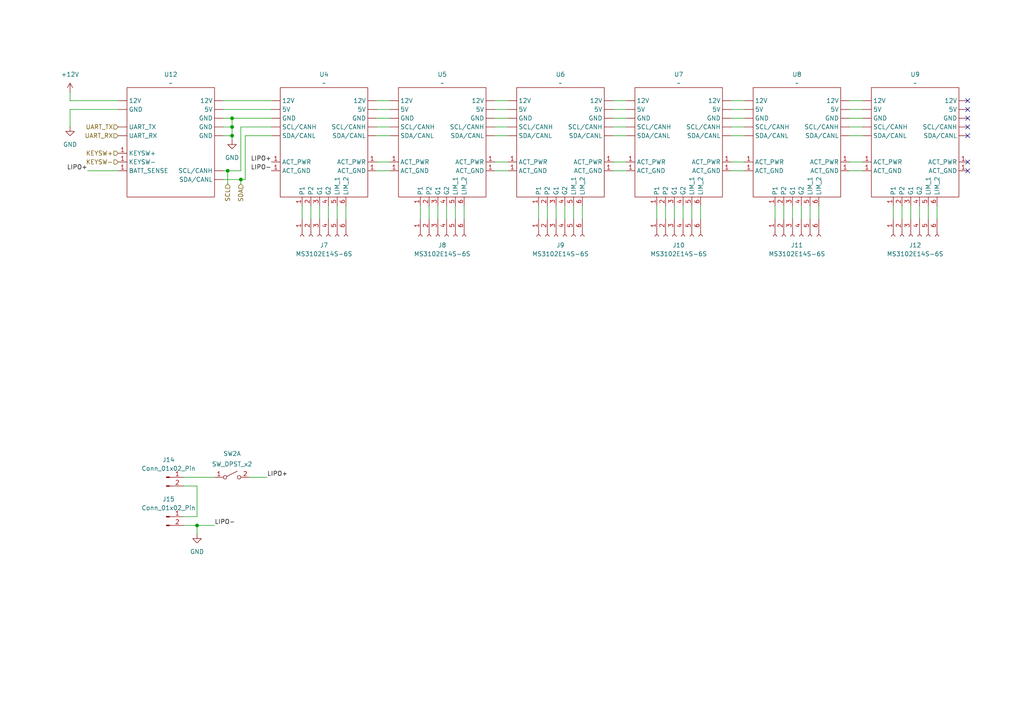
<source format=kicad_sch>
(kicad_sch (version 20231120) (generator "eeschema") (generator_version "8.0")
  (paper "A4")
  (lib_symbols
    (symbol "Connector:Conn_01x02_Pin" (pin_names (offset 1.016) hide)
      (property "Reference" "J" (at 0 2.54 0))
      (property "Value" "Conn_01x02_Pin" (at 0 -5.08 0))
      (symbol "Conn_01x02_Pin_1_1"
        (polyline (pts (xy 1.27 -2.54) (xy 0.8636 -2.54)) (stroke (width 0.1524)))
        (polyline (pts (xy 1.27 0) (xy 0.8636 0)) (stroke (width 0.1524)))
        (rectangle (start 0.8636 -2.413) (end 0 -2.667) (stroke (width 0.1524)) (fill (type outline)))
        (rectangle (start 0.8636 0.127) (end 0 -0.127) (stroke (width 0.1524)) (fill (type outline)))
        (pin passive line (at 5.08 0 180) (length 3.81) (name "Pin_1") (number "1"))
        (pin passive line (at 5.08 -2.54 180) (length 3.81) (name "Pin_2") (number "2"))
      )
    )
    (symbol "Connector:Conn_01x06_Socket" (pin_names (offset 1.016) hide)
      (property "Reference" "J" (at 0 7.62 0))
      (property "Value" "Conn_01x06_Socket" (at 0 -10.16 0))
      (symbol "Conn_01x06_Socket_1_1"
        (arc (start 0 -7.112) (mid -0.5058 -7.62) (end 0 -8.128) (stroke (width 0.1524)))
        (arc (start 0 -4.572) (mid -0.5058 -5.08) (end 0 -5.588) (stroke (width 0.1524)))
        (arc (start 0 -2.032) (mid -0.5058 -2.54) (end 0 -3.048) (stroke (width 0.1524)))
        (polyline (pts (xy -1.27 -7.62) (xy -0.508 -7.62)) (stroke (width 0.1524)))
        (polyline (pts (xy -1.27 -5.08) (xy -0.508 -5.08)) (stroke (width 0.1524)))
        (polyline (pts (xy -1.27 -2.54) (xy -0.508 -2.54)) (stroke (width 0.1524)))
        (polyline (pts (xy -1.27 0) (xy -0.508 0)) (stroke (width 0.1524)))
        (polyline (pts (xy -1.27 2.54) (xy -0.508 2.54)) (stroke (width 0.1524)))
        (polyline (pts (xy -1.27 5.08) (xy -0.508 5.08)) (stroke (width 0.1524)))
        (arc (start 0 0.508) (mid -0.5058 0) (end 0 -0.508) (stroke (width 0.1524)))
        (arc (start 0 3.048) (mid -0.5058 2.54) (end 0 2.032) (stroke (width 0.1524)))
        (arc (start 0 5.588) (mid -0.5058 5.08) (end 0 4.572) (stroke (width 0.1524)))
        (pin passive line (at -5.08 5.08 0) (length 3.81) (name "Pin_1") (number "1"))
        (pin passive line (at -5.08 2.54 0) (length 3.81) (name "Pin_2") (number "2"))
        (pin passive line (at -5.08 0 0) (length 3.81) (name "Pin_3") (number "3"))
        (pin passive line (at -5.08 -2.54 0) (length 3.81) (name "Pin_4") (number "4"))
        (pin passive line (at -5.08 -5.08 0) (length 3.81) (name "Pin_5") (number "5"))
        (pin passive line (at -5.08 -7.62 0) (length 3.81) (name "Pin_6") (number "6"))
      )
    )
    (symbol "Switch:SW_DPST_x2" (pin_names (offset 0) hide)
      (property "Reference" "SW" (at 0 3.175 0))
      (property "Value" "SW_DPST_x2" (at 0 -2.54 0))
      (symbol "SW_DPST_x2_0_0"
        (circle (center -2.032 0) (radius 0.508))
        (polyline (pts (xy -1.524 0.254) (xy 1.524 1.778)))
        (circle (center 2.032 0) (radius 0.508))
      )
      (symbol "SW_DPST_x2_1_1"
        (pin passive line (at -5.08 0 0) (length 2.54) (name "A") (number "1"))
        (pin passive line (at 5.08 0 180) (length 2.54) (name "B") (number "2"))
      )
      (symbol "SW_DPST_x2_2_1"
        (pin passive line (at -5.08 0 0) (length 2.54) (name "A") (number "3"))
        (pin passive line (at 5.08 0 180) (length 2.54) (name "B") (number "4"))
      )
    )
    (symbol "automedon:RLCS_RELAY"
      (property "Reference" "U" (at 0 0 0))
      (symbol "RLCS_RELAY_0_1"
        (rectangle (start -12.7 -1.27) (end 12.7 -33.02))
      )
      (symbol "RLCS_RELAY_1_1"
        (pin power_out line (at -15.24 -5.08 0) (length 2.54) (name "12V") (number ""))
        (pin power_out line (at 15.24 -5.08 180) (length 2.54) (name "12V") (number ""))
        (pin power_out line (at -15.24 -7.62 0) (length 2.54) (name "5V") (number ""))
        (pin power_out line (at 15.24 -7.62 180) (length 2.54) (name "5V") (number ""))
        (pin power_out line (at -15.24 -10.16 0) (length 2.54) (name "GND") (number ""))
        (pin power_out line (at 15.24 -10.16 180) (length 2.54) (name "GND") (number ""))
        (pin power_out line (at -15.24 -12.7 0) (length 2.54) (name "SCL/CANH") (number ""))
        (pin power_out line (at 15.24 -12.7 180) (length 2.54) (name "SCL/CANH") (number ""))
        (pin power_out line (at -15.24 -15.24 0) (length 2.54) (name "SDA/CANL") (number ""))
        (pin power_out line (at 15.24 -15.24 180) (length 2.54) (name "SDA/CANL") (number ""))
        (pin power_out line (at -15.24 -25.4 0) (length 2.54) (name "ACT_GND") (number "1"))
        (pin power_out line (at 15.24 -25.4 180) (length 2.54) (name "ACT_GND") (number "1"))
        (pin power_out line (at -15.24 -22.86 0) (length 2.54) (name "ACT_PWR") (number "1"))
        (pin power_out line (at 15.24 -22.86 180) (length 2.54) (name "ACT_PWR") (number "1"))
        (pin power_out line (at -6.35 -35.56 90) (length 2.54) (name "P1") (number "1"))
        (pin power_out line (at -3.81 -35.56 90) (length 2.54) (name "P2") (number "2"))
        (pin power_out line (at -1.27 -35.56 90) (length 2.54) (name "G1") (number "3"))
        (pin power_out line (at 1.27 -35.56 90) (length 2.54) (name "G2") (number "4"))
        (pin power_out line (at 3.81 -35.56 90) (length 2.54) (name "LIM_1") (number "5"))
        (pin power_out line (at 6.35 -35.56 90) (length 2.54) (name "LIM_2") (number "6"))
      )
    )
    (symbol "automedon:towerside"
      (property "Reference" "U" (at 0 0 0))
      (symbol "towerside_0_1"
        (rectangle (start -12.7 -1.27) (end 12.7 -33.02))
      )
      (symbol "towerside_1_1"
        (pin power_out line (at -15.24 -5.08 0) (length 2.54) (name "12V") (number ""))
        (pin power_out line (at 15.24 -5.08 180) (length 2.54) (name "12V") (number ""))
        (pin power_out line (at 15.24 -7.62 180) (length 2.54) (name "5V") (number ""))
        (pin power_out line (at -15.24 -7.62 0) (length 2.54) (name "GND") (number ""))
        (pin power_out line (at 15.24 -15.24 180) (length 2.54) (name "GND") (number ""))
        (pin power_out line (at 15.24 -12.7 180) (length 2.54) (name "GND") (number ""))
        (pin power_out line (at 15.24 -10.16 180) (length 2.54) (name "GND") (number ""))
        (pin power_out line (at 15.24 -25.4 180) (length 2.54) (name "SCL/CANH") (number ""))
        (pin power_out line (at 15.24 -27.94 180) (length 2.54) (name "SDA/CANL") (number ""))
        (pin power_out line (at -15.24 -15.24 0) (length 2.54) (name "UART_RX") (number ""))
        (pin power_out line (at -15.24 -12.7 0) (length 2.54) (name "UART_TX") (number ""))
        (pin power_out line (at -15.24 -25.4 0) (length 2.54) (name "BATT_SENSE") (number "1"))
        (pin power_out line (at -15.24 -20.32 0) (length 2.54) (name "KEYSW+") (number "1"))
        (pin power_out line (at -15.24 -22.86 0) (length 2.54) (name "KEYSW-") (number "1"))
      )
    )
    (symbol "power:+12V" (power) (pin_numbers hide) (pin_names (offset 0) hide)
      (property "Value" "+12V" (at 0 3.556 0))
      (symbol "+12V_0_1"
        (polyline (pts (xy -0.762 1.27) (xy 0 2.54)))
        (polyline (pts (xy 0 0) (xy 0 2.54)))
        (polyline (pts (xy 0 2.54) (xy 0.762 1.27)))
      )
      (symbol "+12V_1_1"
        (pin power_in line (at 0 0 90) (length 0) (name "~") (number "1"))
      )
    )
    (symbol "power:GND" (power) (pin_numbers hide) (pin_names (offset 0) hide)
      (property "Value" "GND" (at 0 -3.81 0))
      (symbol "GND_0_1"
        (polyline (pts (xy 0 0) (xy 0 -1.27) (xy 1.27 -1.27) (xy 0 -2.54) (xy -1.27 -1.27) (xy 0 -1.27)))
      )
      (symbol "GND_1_1"
        (pin power_in line (at 0 0 270) (length 0) (name "~") (number "1"))
      )
    )
  )
  (junction (at 67.31 36.83))
  (junction (at 67.31 34.29))
  (junction (at 69.85 52.07))
  (junction (at 57.15 152.4))
  (junction (at 66.04 49.53))
  (junction (at 67.31 39.37))
  (no_connect (at 280.67 34.29))
  (no_connect (at 280.67 49.53))
  (no_connect (at 280.67 39.37))
  (no_connect (at 280.67 29.21))
  (no_connect (at 280.67 46.99))
  (no_connect (at 280.67 31.75))
  (no_connect (at 280.67 36.83))
  (wire (pts (xy 121.92 59.69) (xy 121.92 63.5)))
  (wire (pts (xy 177.8 34.29) (xy 181.61 34.29)))
  (wire (pts (xy 212.09 46.99) (xy 215.9 46.99)))
  (wire (pts (xy 67.31 39.37) (xy 67.31 40.64)))
  (wire (pts (xy 212.09 31.75) (xy 215.9 31.75)))
  (wire (pts (xy 34.29 31.75) (xy 20.32 31.75)))
  (wire (pts (xy 156.21 59.69) (xy 156.21 63.5)))
  (wire (pts (xy 261.62 59.69) (xy 261.62 63.5)))
  (wire (pts (xy 34.29 29.21) (xy 20.32 29.21)))
  (wire (pts (xy 246.38 36.83) (xy 250.19 36.83)))
  (wire (pts (xy 143.51 29.21) (xy 147.32 29.21)))
  (wire (pts (xy 64.77 31.75) (xy 78.74 31.75)))
  (wire (pts (xy 177.8 31.75) (xy 181.61 31.75)))
  (wire (pts (xy 64.77 29.21) (xy 78.74 29.21)))
  (wire (pts (xy 229.87 59.69) (xy 229.87 63.5)))
  (wire (pts (xy 53.34 152.4) (xy 57.15 152.4)))
  (wire (pts (xy 53.34 138.43) (xy 62.23 138.43)))
  (wire (pts (xy 246.38 34.29) (xy 250.19 34.29)))
  (wire (pts (xy 109.22 39.37) (xy 113.03 39.37)))
  (wire (pts (xy 190.5 59.69) (xy 190.5 63.5)))
  (wire (pts (xy 177.8 39.37) (xy 181.61 39.37)))
  (wire (pts (xy 53.34 140.97) (xy 57.15 140.97)))
  (wire (pts (xy 168.91 59.69) (xy 168.91 63.5)))
  (wire (pts (xy 246.38 46.99) (xy 250.19 46.99)))
  (wire (pts (xy 67.31 39.37) (xy 67.31 36.83)))
  (wire (pts (xy 57.15 152.4) (xy 62.23 152.4)))
  (wire (pts (xy 64.77 36.83) (xy 67.31 36.83)))
  (wire (pts (xy 246.38 31.75) (xy 250.19 31.75)))
  (wire (pts (xy 67.31 34.29) (xy 67.31 36.83)))
  (wire (pts (xy 134.62 59.69) (xy 134.62 63.5)))
  (wire (pts (xy 161.29 59.69) (xy 161.29 63.5)))
  (wire (pts (xy 20.32 29.21) (xy 20.32 26.67)))
  (wire (pts (xy 64.77 52.07) (xy 69.85 52.07)))
  (wire (pts (xy 177.8 49.53) (xy 181.61 49.53)))
  (wire (pts (xy 143.51 49.53) (xy 147.32 49.53)))
  (wire (pts (xy 109.22 36.83) (xy 113.03 36.83)))
  (wire (pts (xy 87.63 59.69) (xy 87.63 63.5)))
  (wire (pts (xy 69.85 52.07) (xy 71.12 52.07)))
  (wire (pts (xy 143.51 34.29) (xy 147.32 34.29)))
  (wire (pts (xy 143.51 46.99) (xy 147.32 46.99)))
  (wire (pts (xy 92.71 59.69) (xy 92.71 63.5)))
  (wire (pts (xy 64.77 34.29) (xy 67.31 34.29)))
  (wire (pts (xy 232.41 59.69) (xy 232.41 63.5)))
  (wire (pts (xy 69.85 36.83) (xy 78.74 36.83)))
  (wire (pts (xy 71.12 52.07) (xy 71.12 39.37)))
  (wire (pts (xy 246.38 29.21) (xy 250.19 29.21)))
  (wire (pts (xy 259.08 59.69) (xy 259.08 63.5)))
  (wire (pts (xy 166.37 59.69) (xy 166.37 63.5)))
  (wire (pts (xy 143.51 31.75) (xy 147.32 31.75)))
  (wire (pts (xy 212.09 29.21) (xy 215.9 29.21)))
  (wire (pts (xy 266.7 59.69) (xy 266.7 63.5)))
  (wire (pts (xy 237.49 59.69) (xy 237.49 63.5)))
  (wire (pts (xy 177.8 36.83) (xy 181.61 36.83)))
  (wire (pts (xy 198.12 59.69) (xy 198.12 63.5)))
  (wire (pts (xy 100.33 59.69) (xy 100.33 63.5)))
  (wire (pts (xy 57.15 140.97) (xy 57.15 149.86)))
  (wire (pts (xy 109.22 31.75) (xy 113.03 31.75)))
  (wire (pts (xy 212.09 49.53) (xy 215.9 49.53)))
  (wire (pts (xy 109.22 29.21) (xy 113.03 29.21)))
  (wire (pts (xy 200.66 59.69) (xy 200.66 63.5)))
  (wire (pts (xy 212.09 39.37) (xy 215.9 39.37)))
  (wire (pts (xy 271.78 59.69) (xy 271.78 63.5)))
  (wire (pts (xy 95.25 59.69) (xy 95.25 63.5)))
  (wire (pts (xy 72.39 138.43) (xy 77.47 138.43)))
  (wire (pts (xy 212.09 34.29) (xy 215.9 34.29)))
  (wire (pts (xy 69.85 49.53) (xy 69.85 36.83)))
  (wire (pts (xy 57.15 152.4) (xy 57.15 154.94)))
  (wire (pts (xy 177.8 29.21) (xy 181.61 29.21)))
  (wire (pts (xy 57.15 149.86) (xy 53.34 149.86)))
  (wire (pts (xy 177.8 46.99) (xy 181.61 46.99)))
  (wire (pts (xy 212.09 36.83) (xy 215.9 36.83)))
  (wire (pts (xy 246.38 49.53) (xy 250.19 49.53)))
  (wire (pts (xy 193.04 59.69) (xy 193.04 63.5)))
  (wire (pts (xy 163.83 59.69) (xy 163.83 63.5)))
  (wire (pts (xy 64.77 39.37) (xy 67.31 39.37)))
  (wire (pts (xy 20.32 31.75) (xy 20.32 36.83)))
  (wire (pts (xy 132.08 59.69) (xy 132.08 63.5)))
  (wire (pts (xy 127 59.69) (xy 127 63.5)))
  (wire (pts (xy 69.85 52.07) (xy 69.85 53.34)))
  (wire (pts (xy 195.58 59.69) (xy 195.58 63.5)))
  (wire (pts (xy 109.22 34.29) (xy 113.03 34.29)))
  (wire (pts (xy 78.74 34.29) (xy 67.31 34.29)))
  (wire (pts (xy 203.2 59.69) (xy 203.2 63.5)))
  (wire (pts (xy 129.54 59.69) (xy 129.54 63.5)))
  (wire (pts (xy 234.95 59.69) (xy 234.95 63.5)))
  (wire (pts (xy 66.04 49.53) (xy 69.85 49.53)))
  (wire (pts (xy 124.46 59.69) (xy 124.46 63.5)))
  (wire (pts (xy 97.79 59.69) (xy 97.79 63.5)))
  (wire (pts (xy 25.4 49.53) (xy 34.29 49.53)))
  (wire (pts (xy 90.17 59.69) (xy 90.17 63.5)))
  (wire (pts (xy 143.51 36.83) (xy 147.32 36.83)))
  (wire (pts (xy 64.77 49.53) (xy 66.04 49.53)))
  (wire (pts (xy 71.12 39.37) (xy 78.74 39.37)))
  (wire (pts (xy 109.22 46.99) (xy 113.03 46.99)))
  (wire (pts (xy 109.22 49.53) (xy 113.03 49.53)))
  (wire (pts (xy 224.79 59.69) (xy 224.79 63.5)))
  (wire (pts (xy 246.38 39.37) (xy 250.19 39.37)))
  (wire (pts (xy 143.51 39.37) (xy 147.32 39.37)))
  (wire (pts (xy 158.75 59.69) (xy 158.75 63.5)))
  (wire (pts (xy 227.33 59.69) (xy 227.33 63.5)))
  (wire (pts (xy 269.24 59.69) (xy 269.24 63.5)))
  (wire (pts (xy 66.04 49.53) (xy 66.04 53.34)))
  (wire (pts (xy 264.16 59.69) (xy 264.16 63.5)))
  (label "LIPO+" (at 25.4 49.53 180))
  (label "LIPO+" (at 78.74 46.99 180))
  (label "LIPO-" (at 62.23 152.4 0))
  (label "LIPO-" (at 78.74 49.53 180))
  (label "LIPO+" (at 77.47 138.43 0))
  (hierarchical_label "KEYSW-" (shape input) (at 34.29 46.99 180))
  (hierarchical_label "KEYSW+" (shape input) (at 34.29 44.45 180))
  (hierarchical_label "SDA" (shape input) (at 69.85 53.34 270))
  (hierarchical_label "SCL" (shape input) (at 66.04 53.34 270))
  (hierarchical_label "UART_RX" (shape input) (at 34.29 39.37 180))
  (hierarchical_label "UART_TX" (shape input) (at 34.29 36.83 180))
  (symbol (lib_name "automedon:RLCS_RELAY") (lib_id "automedon:RLCS_RELAY") (at 93.98 24.13 0) (unit 1)
    (property "Reference" "U4" (at 93.98 21.59 0))
    (property "Value" "~" (at 93.98 24.13 0))
  )
  (symbol (lib_id "power:+12V") (at 20.32 26.67 0) (unit 1)
    (property "Reference" "#PWR011" (effects (hide yes)))
    (property "Value" "+12V" (at 20.32 21.59 0))
    (property "Description" "Power symbol creates a global label with name \"+12V\"" (effects (hide yes)))
  )
  (symbol (lib_name "automedon:RLCS_RELAY") (lib_id "automedon:RLCS_RELAY") (at 128.27 24.13 0) (unit 1)
    (property "Reference" "U5" (at 128.27 21.59 0))
    (property "Value" "~" (at 128.27 24.13 0))
  )
  (symbol (lib_id "power:GND") (at 67.31 40.64 0) (unit 1)
    (property "Reference" "#PWR010" (effects (hide yes)))
    (property "Value" "GND" (at 67.31 45.72 0))
    (property "Description" "Power symbol creates a global label with name \"GND\" , ground" (effects (hide yes)))
  )
  (symbol (lib_id "Connector:Conn_01x02_Pin") (at 48.26 138.43 0) (unit 1)
    (property "Reference" "J14" (at 48.895 133.35 0))
    (property "Value" "Conn_01x02_Pin" (at 48.895 135.89 0))
    (property "Description" "Generic connector, single row, 01x02, script generated" (effects (hide yes)))
  )
  (symbol (lib_id "power:GND") (at 20.32 36.83 0) (unit 1)
    (property "Reference" "#PWR012" (effects (hide yes)))
    (property "Value" "GND" (at 20.32 41.91 0))
    (property "Description" "Power symbol creates a global label with name \"GND\" , ground" (effects (hide yes)))
  )
  (symbol (lib_id "Connector:Conn_01x06_Socket") (at 92.71 68.58 90) (mirror x) (unit 1)
    (property "Reference" "J7" (at 93.98 71.12 90))
    (property "Value" "MS3102E14S-6S" (at 93.98 73.66 90))
    (property "Description" "Generic connector, single row, 01x06, script generated" (effects (hide yes)))
  )
  (symbol (lib_id "power:GND") (at 57.15 154.94 0) (unit 1)
    (property "Reference" "#PWR013" (effects (hide yes)))
    (property "Value" "GND" (at 57.15 160.02 0))
    (property "Description" "Power symbol creates a global label with name \"GND\" , ground" (effects (hide yes)))
  )
  (symbol (lib_id "Connector:Conn_01x06_Socket") (at 161.29 68.58 90) (mirror x) (unit 1)
    (property "Reference" "J9" (at 162.56 71.12 90))
    (property "Value" "MS3102E14S-6S" (at 162.56 73.66 90))
    (property "Description" "Generic connector, single row, 01x06, script generated" (effects (hide yes)))
  )
  (symbol (lib_id "Connector:Conn_01x06_Socket") (at 229.87 68.58 90) (mirror x) (unit 1)
    (property "Reference" "J11" (at 231.14 71.12 90))
    (property "Value" "MS3102E14S-6S" (at 231.14 73.66 90))
    (property "Description" "Generic connector, single row, 01x06, script generated" (effects (hide yes)))
  )
  (symbol (lib_id "Connector:Conn_01x06_Socket") (at 195.58 68.58 90) (mirror x) (unit 1)
    (property "Reference" "J10" (at 196.85 71.12 90))
    (property "Value" "MS3102E14S-6S" (at 196.85 73.66 90))
    (property "Description" "Generic connector, single row, 01x06, script generated" (effects (hide yes)))
  )
  (symbol (lib_name "automedon:RLCS_RELAY") (lib_id "automedon:RLCS_RELAY") (at 265.43 24.13 0) (unit 1)
    (property "Reference" "U9" (at 265.43 21.59 0))
    (property "Value" "~" (at 265.43 24.13 0))
  )
  (symbol (lib_name "automedon:RLCS_RELAY") (lib_id "automedon:RLCS_RELAY") (at 196.85 24.13 0) (unit 1)
    (property "Reference" "U7" (at 196.85 21.59 0))
    (property "Value" "~" (at 196.85 24.13 0))
  )
  (symbol (lib_name "automedon:RLCS_RELAY") (lib_id "automedon:RLCS_RELAY") (at 162.56 24.13 0) (unit 1)
    (property "Reference" "U6" (at 162.56 21.59 0))
    (property "Value" "~" (at 162.56 24.13 0))
  )
  (symbol (lib_name "automedon:RLCS_RELAY") (lib_id "automedon:RLCS_RELAY") (at 231.14 24.13 0) (unit 1)
    (property "Reference" "U8" (at 231.14 21.59 0))
    (property "Value" "~" (at 231.14 24.13 0))
  )
  (symbol (lib_id "automedon:towerside") (at 49.53 24.13 0) (unit 1)
    (property "Reference" "U12" (at 49.53 21.59 0))
    (property "Value" "~" (at 49.53 24.13 0))
  )
  (symbol (lib_id "Connector:Conn_01x06_Socket") (at 127 68.58 90) (mirror x) (unit 1)
    (property "Reference" "J8" (at 128.27 71.12 90))
    (property "Value" "MS3102E14S-6S" (at 128.27 73.66 90))
    (property "Description" "Generic connector, single row, 01x06, script generated" (effects (hide yes)))
  )
  (symbol (lib_id "Switch:SW_DPST_x2") (at 67.31 138.43 0) (unit 1)
    (property "Reference" "SW2" (at 67.31 131.572 0))
    (property "Value" "SW_DPST_x2" (at 67.31 134.62 0))
    (property "Description" "Single Pole Single Throw (SPST) switch, separate symbol" (effects (hide yes)))
  )
  (symbol (lib_id "Connector:Conn_01x06_Socket") (at 264.16 68.58 90) (mirror x) (unit 1)
    (property "Reference" "J12" (at 265.43 71.12 90))
    (property "Value" "MS3102E14S-6S" (at 265.43 73.66 90))
    (property "Description" "Generic connector, single row, 01x06, script generated" (effects (hide yes)))
  )
  (symbol (lib_id "Connector:Conn_01x02_Pin") (at 48.26 149.86 0) (unit 1)
    (property "Reference" "J15" (at 48.895 144.78 0))
    (property "Value" "Conn_01x02_Pin" (at 48.895 147.32 0))
    (property "Description" "Generic connector, single row, 01x02, script generated" (effects (hide yes)))
  )
)
</source>
